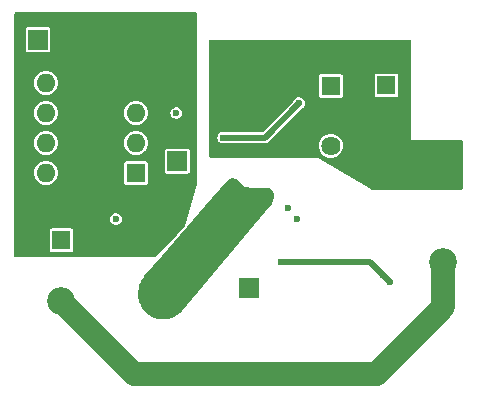
<source format=gbr>
%TF.GenerationSoftware,KiCad,Pcbnew,8.0.7*%
%TF.CreationDate,2025-04-15T22:45:42-07:00*%
%TF.ProjectId,M56PowerPrototype,4d353650-6f77-4657-9250-726f746f7479,rev?*%
%TF.SameCoordinates,Original*%
%TF.FileFunction,Copper,L2,Bot*%
%TF.FilePolarity,Positive*%
%FSLAX46Y46*%
G04 Gerber Fmt 4.6, Leading zero omitted, Abs format (unit mm)*
G04 Created by KiCad (PCBNEW 8.0.7) date 2025-04-15 22:45:42*
%MOMM*%
%LPD*%
G01*
G04 APERTURE LIST*
%TA.AperFunction,ComponentPad*%
%ADD10C,2.336800*%
%TD*%
%TA.AperFunction,ComponentPad*%
%ADD11R,1.700000X1.700000*%
%TD*%
%TA.AperFunction,ComponentPad*%
%ADD12R,1.600000X1.600000*%
%TD*%
%TA.AperFunction,ComponentPad*%
%ADD13O,1.600000X1.600000*%
%TD*%
%TA.AperFunction,ComponentPad*%
%ADD14R,1.625600X1.625600*%
%TD*%
%TA.AperFunction,ComponentPad*%
%ADD15C,1.625600*%
%TD*%
%TA.AperFunction,ViaPad*%
%ADD16C,0.600000*%
%TD*%
%TA.AperFunction,Conductor*%
%ADD17C,2.000000*%
%TD*%
%TA.AperFunction,Conductor*%
%ADD18C,0.500000*%
%TD*%
G04 APERTURE END LIST*
D10*
%TO.P,J1,1,1*%
%TO.N,+BATT*%
X104836000Y-53822600D03*
%TO.P,J1,2,2*%
%TO.N,-BATT*%
X104836000Y-45567600D03*
%TD*%
D11*
%TO.P,TP4,1,1*%
%TO.N,+5V*%
X88400000Y-56000000D03*
%TD*%
%TO.P,TP2,1,1*%
%TO.N,/VOLTAGE_MON*%
X70500000Y-35000000D03*
%TD*%
D12*
%TO.P,D1,1,K*%
%TO.N,/VOLTAGE_MON*%
X72490000Y-52000000D03*
D13*
%TO.P,D1,2,A*%
%TO.N,-BATT*%
X80110000Y-52000000D03*
%TD*%
D10*
%TO.P,J2,1,1*%
%TO.N,+BATT*%
X72477400Y-57136000D03*
%TO.P,J2,2,2*%
%TO.N,/-SOLAR*%
X80732400Y-57136000D03*
%TD*%
D14*
%TO.P,U2,1,G*%
%TO.N,Net-(D2-K)*%
X95300000Y-38920000D03*
D15*
%TO.P,U2,2,D*%
%TO.N,-BATT*%
X95300000Y-41460000D03*
%TO.P,U2,3,S*%
%TO.N,/-SOLAR*%
X95300000Y-44000000D03*
%TD*%
D11*
%TO.P,TP3,1,1*%
%TO.N,/PWM_DRIVER*%
X82300000Y-45300000D03*
%TD*%
D12*
%TO.P,D2,1,K*%
%TO.N,Net-(D2-K)*%
X100000000Y-38890000D03*
D13*
%TO.P,D2,2,A*%
%TO.N,-BATT*%
X100000000Y-46510000D03*
%TD*%
D12*
%TO.P,U4,1,~{RESET}/PB5*%
%TO.N,unconnected-(U4-~{RESET}{slash}PB5-Pad1)*%
X78800000Y-46300000D03*
D13*
%TO.P,U4,2,XTAL1/PB3*%
%TO.N,unconnected-(U4-XTAL1{slash}PB3-Pad2)*%
X78800000Y-43760000D03*
%TO.P,U4,3,XTAL2/PB4*%
%TO.N,/PWM_DRIVER*%
X78800000Y-41220000D03*
%TO.P,U4,4,GND*%
%TO.N,-BATT*%
X78800000Y-38680000D03*
%TO.P,U4,5,AREF/PB0*%
%TO.N,unconnected-(U4-AREF{slash}PB0-Pad5)*%
X71180000Y-38680000D03*
%TO.P,U4,6,PB1*%
%TO.N,unconnected-(U4-PB1-Pad6)*%
X71180000Y-41220000D03*
%TO.P,U4,7,PB2*%
%TO.N,/VOLTAGE_MON*%
X71180000Y-43760000D03*
%TO.P,U4,8,VCC*%
%TO.N,+5V*%
X71180000Y-46300000D03*
%TD*%
D16*
%TO.N,-BATT*%
X77000000Y-34000000D03*
X76500000Y-34500000D03*
X76000000Y-35000000D03*
X75500000Y-35500000D03*
X88800000Y-36700000D03*
X101800000Y-47000000D03*
X101800000Y-45600000D03*
X101100000Y-45600000D03*
X101800000Y-46300000D03*
X80200000Y-49000000D03*
X89500000Y-36700000D03*
X73000000Y-48600000D03*
X86100000Y-41800000D03*
%TO.N,+BATT*%
X100300000Y-55500000D03*
X91100000Y-53800000D03*
X99700000Y-54900000D03*
%TO.N,+5V*%
X91700000Y-49300000D03*
X92600000Y-40400000D03*
X92400000Y-50200000D03*
X77100000Y-50200000D03*
X86200000Y-43300000D03*
%TO.N,/-SOLAR*%
X89400000Y-48300000D03*
X87400000Y-47700000D03*
X88700000Y-48300000D03*
X90100000Y-48300000D03*
X88000000Y-48200000D03*
X86900000Y-47100000D03*
%TO.N,/PWM_DRIVER*%
X82225000Y-41225000D03*
%TD*%
D17*
%TO.N,+BATT*%
X78641400Y-63300000D02*
X72477400Y-57136000D01*
D18*
X91100000Y-53800000D02*
X98600000Y-53800000D01*
D17*
X99200000Y-63300000D02*
X78641400Y-63300000D01*
D18*
X100300000Y-55500000D02*
X99700000Y-54900000D01*
D17*
X104836000Y-57664000D02*
X99200000Y-63300000D01*
X104836000Y-53822600D02*
X104836000Y-57664000D01*
D18*
X98600000Y-53800000D02*
X99700000Y-54900000D01*
%TO.N,+5V*%
X86200000Y-43300000D02*
X89700000Y-43300000D01*
X89700000Y-43300000D02*
X92600000Y-40400000D01*
%TD*%
%TA.AperFunction,Conductor*%
%TO.N,-BATT*%
G36*
X106443039Y-43519685D02*
G01*
X106488794Y-43572489D01*
X106500000Y-43624000D01*
X106500000Y-47576000D01*
X106480315Y-47643039D01*
X106427511Y-47688794D01*
X106376000Y-47700000D01*
X102100000Y-47700000D01*
X102100000Y-43500000D01*
X106376000Y-43500000D01*
X106443039Y-43519685D01*
G37*
%TD.AperFunction*%
%TD*%
%TA.AperFunction,Conductor*%
%TO.N,/-SOLAR*%
G36*
X87098313Y-46741620D02*
G01*
X87223632Y-46770829D01*
X87251705Y-46781070D01*
X87312709Y-46812102D01*
X87366399Y-46839415D01*
X87391205Y-46856073D01*
X87402459Y-46865789D01*
X87498046Y-46948313D01*
X87500361Y-46950398D01*
X88000000Y-47500000D01*
X88742705Y-47529707D01*
X88742707Y-47529708D01*
X89706360Y-47568254D01*
X89942530Y-47577701D01*
X89958240Y-47579337D01*
X90078377Y-47599655D01*
X90108554Y-47608829D01*
X90212385Y-47655532D01*
X90239278Y-47672029D01*
X90327957Y-47743421D01*
X90349817Y-47766173D01*
X90417608Y-47857636D01*
X90433017Y-47885167D01*
X90475530Y-47990774D01*
X90483492Y-48021300D01*
X90498296Y-48136714D01*
X90498827Y-48163341D01*
X90477909Y-48401444D01*
X90474125Y-48422815D01*
X90411362Y-48656039D01*
X90403909Y-48676424D01*
X90301444Y-48895129D01*
X90290552Y-48913901D01*
X90148380Y-49115854D01*
X90141744Y-49124454D01*
X82695404Y-57946749D01*
X82689843Y-57952906D01*
X82504857Y-58144466D01*
X82492566Y-58155598D01*
X82286926Y-58318190D01*
X82273259Y-58327583D01*
X82047754Y-58461286D01*
X82032956Y-58468770D01*
X81791643Y-58571179D01*
X81775978Y-58576623D01*
X81523143Y-58645920D01*
X81506893Y-58649224D01*
X81247077Y-58684164D01*
X81230530Y-58685270D01*
X80968375Y-58685228D01*
X80951829Y-58684116D01*
X80692031Y-58649094D01*
X80675781Y-58645785D01*
X80422973Y-58576408D01*
X80407311Y-58570960D01*
X80166018Y-58468469D01*
X80151222Y-58460979D01*
X79925773Y-58327212D01*
X79912109Y-58317816D01*
X79851483Y-58269850D01*
X79706390Y-58155056D01*
X79694325Y-58144148D01*
X79507255Y-57951255D01*
X79496895Y-57939094D01*
X79336092Y-57723635D01*
X79327387Y-57710253D01*
X79195610Y-57475887D01*
X79188704Y-57461508D01*
X79088157Y-57212151D01*
X79083150Y-57196981D01*
X79015499Y-56936776D01*
X79012487Y-56921106D01*
X78978852Y-56654354D01*
X78977879Y-56638408D01*
X78978820Y-56369547D01*
X78979902Y-56353639D01*
X79015406Y-56087114D01*
X79018525Y-56071478D01*
X79088002Y-55811727D01*
X79093107Y-55796616D01*
X79195402Y-55547960D01*
X79202403Y-55533639D01*
X79335828Y-55300185D01*
X79344616Y-55286880D01*
X79509356Y-55069340D01*
X79514352Y-55063165D01*
X80997090Y-53347187D01*
X84653290Y-49115854D01*
X86509122Y-46968094D01*
X86519576Y-46957379D01*
X86551991Y-46927935D01*
X86620417Y-46865784D01*
X86644780Y-46848515D01*
X86757982Y-46787290D01*
X86785777Y-46776350D01*
X86910326Y-46743989D01*
X86939938Y-46740015D01*
X87068612Y-46738394D01*
X87098313Y-46741620D01*
G37*
%TD.AperFunction*%
%TD*%
%TA.AperFunction,Conductor*%
%TO.N,-BATT*%
G36*
X102043039Y-35019685D02*
G01*
X102088794Y-35072489D01*
X102100000Y-35124000D01*
X102100000Y-41100000D01*
X102100000Y-45000000D01*
X95484823Y-45000000D01*
X95498642Y-44998639D01*
X95689649Y-44940697D01*
X95865683Y-44846605D01*
X96019978Y-44719978D01*
X96146605Y-44565683D01*
X96240697Y-44389649D01*
X96298639Y-44198642D01*
X96318203Y-44000000D01*
X96298639Y-43801358D01*
X96240697Y-43610351D01*
X96150956Y-43442457D01*
X96146608Y-43434322D01*
X96146604Y-43434315D01*
X96019978Y-43280021D01*
X95865684Y-43153395D01*
X95865677Y-43153391D01*
X95689650Y-43059303D01*
X95498644Y-43001361D01*
X95300000Y-42981797D01*
X95101355Y-43001361D01*
X94910349Y-43059303D01*
X94734322Y-43153391D01*
X94734315Y-43153395D01*
X94580021Y-43280021D01*
X94453395Y-43434315D01*
X94453391Y-43434322D01*
X94359303Y-43610349D01*
X94301361Y-43801355D01*
X94281797Y-44000000D01*
X94301361Y-44198644D01*
X94359303Y-44389650D01*
X94453391Y-44565677D01*
X94453395Y-44565684D01*
X94580021Y-44719978D01*
X94734315Y-44846604D01*
X94734322Y-44846608D01*
X94910349Y-44940696D01*
X94910351Y-44940697D01*
X95101358Y-44998639D01*
X95115177Y-45000000D01*
X85124000Y-45000000D01*
X85056961Y-44980315D01*
X85011206Y-44927511D01*
X85000000Y-44876000D01*
X85000000Y-43300000D01*
X85694353Y-43300000D01*
X85714834Y-43442456D01*
X85774622Y-43573371D01*
X85774623Y-43573373D01*
X85868872Y-43682143D01*
X85989947Y-43759953D01*
X85989950Y-43759954D01*
X85989949Y-43759954D01*
X86128036Y-43800499D01*
X86128038Y-43800500D01*
X86128039Y-43800500D01*
X86271962Y-43800500D01*
X86271962Y-43800499D01*
X86324797Y-43784985D01*
X86418563Y-43757455D01*
X86418995Y-43758926D01*
X86457727Y-43750500D01*
X89759308Y-43750500D01*
X89759309Y-43750500D01*
X89849673Y-43726286D01*
X89873887Y-43719799D01*
X89976614Y-43660489D01*
X92741094Y-40896007D01*
X92793842Y-40864712D01*
X92810053Y-40859953D01*
X92810055Y-40859951D01*
X92810057Y-40859951D01*
X92931123Y-40782146D01*
X92931122Y-40782146D01*
X92931128Y-40782143D01*
X93025377Y-40673373D01*
X93085165Y-40542457D01*
X93105647Y-40400000D01*
X93085165Y-40257543D01*
X93025377Y-40126627D01*
X92931128Y-40017857D01*
X92810053Y-39940047D01*
X92810051Y-39940046D01*
X92810049Y-39940045D01*
X92810050Y-39940045D01*
X92671963Y-39899500D01*
X92671961Y-39899500D01*
X92528039Y-39899500D01*
X92528036Y-39899500D01*
X92389949Y-39940045D01*
X92268873Y-40017856D01*
X92174623Y-40126626D01*
X92174621Y-40126629D01*
X92132095Y-40219745D01*
X92106983Y-40255912D01*
X89549716Y-42813181D01*
X89488393Y-42846666D01*
X89462035Y-42849500D01*
X86457727Y-42849500D01*
X86418995Y-42841073D01*
X86418563Y-42842545D01*
X86271963Y-42799500D01*
X86271961Y-42799500D01*
X86128039Y-42799500D01*
X86128036Y-42799500D01*
X85989949Y-42840045D01*
X85868873Y-42917856D01*
X85774623Y-43026626D01*
X85774622Y-43026628D01*
X85714834Y-43157543D01*
X85694353Y-43300000D01*
X85000000Y-43300000D01*
X85000000Y-38087447D01*
X94286700Y-38087447D01*
X94286700Y-39752552D01*
X94298331Y-39811029D01*
X94298332Y-39811030D01*
X94342647Y-39877352D01*
X94408969Y-39921667D01*
X94408970Y-39921668D01*
X94467447Y-39933299D01*
X94467450Y-39933300D01*
X94467452Y-39933300D01*
X96132550Y-39933300D01*
X96132551Y-39933299D01*
X96147368Y-39930352D01*
X96191029Y-39921668D01*
X96191029Y-39921667D01*
X96191031Y-39921667D01*
X96257352Y-39877352D01*
X96301667Y-39811031D01*
X96301667Y-39811029D01*
X96301668Y-39811029D01*
X96313299Y-39752552D01*
X96313300Y-39752550D01*
X96313300Y-38087449D01*
X96313299Y-38087447D01*
X96309878Y-38070247D01*
X98999500Y-38070247D01*
X98999500Y-39709752D01*
X99011131Y-39768229D01*
X99011132Y-39768230D01*
X99055447Y-39834552D01*
X99121769Y-39878867D01*
X99121770Y-39878868D01*
X99180247Y-39890499D01*
X99180250Y-39890500D01*
X99180252Y-39890500D01*
X100819750Y-39890500D01*
X100819751Y-39890499D01*
X100834568Y-39887552D01*
X100878229Y-39878868D01*
X100878229Y-39878867D01*
X100878231Y-39878867D01*
X100944552Y-39834552D01*
X100988867Y-39768231D01*
X100988867Y-39768229D01*
X100988868Y-39768229D01*
X101000499Y-39709752D01*
X101000500Y-39709750D01*
X101000500Y-38070249D01*
X101000499Y-38070247D01*
X100988868Y-38011770D01*
X100988867Y-38011769D01*
X100944552Y-37945447D01*
X100878230Y-37901132D01*
X100878229Y-37901131D01*
X100819752Y-37889500D01*
X100819748Y-37889500D01*
X99180252Y-37889500D01*
X99180247Y-37889500D01*
X99121770Y-37901131D01*
X99121769Y-37901132D01*
X99055447Y-37945447D01*
X99011132Y-38011769D01*
X99011131Y-38011770D01*
X98999500Y-38070247D01*
X96309878Y-38070247D01*
X96301668Y-38028970D01*
X96301667Y-38028969D01*
X96257352Y-37962647D01*
X96191030Y-37918332D01*
X96191029Y-37918331D01*
X96132552Y-37906700D01*
X96132548Y-37906700D01*
X94467452Y-37906700D01*
X94467447Y-37906700D01*
X94408970Y-37918331D01*
X94408969Y-37918332D01*
X94342647Y-37962647D01*
X94298332Y-38028969D01*
X94298331Y-38028970D01*
X94286700Y-38087447D01*
X85000000Y-38087447D01*
X85000000Y-35124000D01*
X85019685Y-35056961D01*
X85072489Y-35011206D01*
X85124000Y-35000000D01*
X101976000Y-35000000D01*
X102043039Y-35019685D01*
G37*
%TD.AperFunction*%
%TD*%
%TA.AperFunction,Conductor*%
%TO.N,-BATT*%
G36*
X83943039Y-32719685D02*
G01*
X83988794Y-32772489D01*
X84000000Y-32824000D01*
X84000000Y-47181956D01*
X83994859Y-47217292D01*
X82939039Y-50768684D01*
X82914006Y-50814421D01*
X82302238Y-51522422D01*
X82297864Y-51527223D01*
X80536601Y-53361874D01*
X80475974Y-53396603D01*
X80447149Y-53400000D01*
X68624000Y-53400000D01*
X68556961Y-53380315D01*
X68511206Y-53327511D01*
X68500000Y-53276000D01*
X68500000Y-51180247D01*
X71489500Y-51180247D01*
X71489500Y-52819752D01*
X71501131Y-52878229D01*
X71501132Y-52878230D01*
X71545447Y-52944552D01*
X71611769Y-52988867D01*
X71611770Y-52988868D01*
X71670247Y-53000499D01*
X71670250Y-53000500D01*
X71670252Y-53000500D01*
X73309750Y-53000500D01*
X73309751Y-53000499D01*
X73324568Y-52997552D01*
X73368229Y-52988868D01*
X73368229Y-52988867D01*
X73368231Y-52988867D01*
X73434552Y-52944552D01*
X73478867Y-52878231D01*
X73478867Y-52878229D01*
X73478868Y-52878229D01*
X73490499Y-52819752D01*
X73490500Y-52819750D01*
X73490500Y-51180249D01*
X73490499Y-51180247D01*
X73478868Y-51121770D01*
X73478867Y-51121769D01*
X73434552Y-51055447D01*
X73368230Y-51011132D01*
X73368229Y-51011131D01*
X73309752Y-50999500D01*
X73309748Y-50999500D01*
X71670252Y-50999500D01*
X71670247Y-50999500D01*
X71611770Y-51011131D01*
X71611769Y-51011132D01*
X71545447Y-51055447D01*
X71501132Y-51121769D01*
X71501131Y-51121770D01*
X71489500Y-51180247D01*
X68500000Y-51180247D01*
X68500000Y-50200000D01*
X76594353Y-50200000D01*
X76614834Y-50342456D01*
X76674622Y-50473371D01*
X76674623Y-50473373D01*
X76768872Y-50582143D01*
X76889947Y-50659953D01*
X76889950Y-50659954D01*
X76889949Y-50659954D01*
X77028036Y-50700499D01*
X77028038Y-50700500D01*
X77028039Y-50700500D01*
X77171962Y-50700500D01*
X77171962Y-50700499D01*
X77310053Y-50659953D01*
X77431128Y-50582143D01*
X77525377Y-50473373D01*
X77585165Y-50342457D01*
X77605647Y-50200000D01*
X77585165Y-50057543D01*
X77525377Y-49926627D01*
X77431128Y-49817857D01*
X77310053Y-49740047D01*
X77310051Y-49740046D01*
X77310049Y-49740045D01*
X77310050Y-49740045D01*
X77171963Y-49699500D01*
X77171961Y-49699500D01*
X77028039Y-49699500D01*
X77028036Y-49699500D01*
X76889949Y-49740045D01*
X76768873Y-49817856D01*
X76674623Y-49926626D01*
X76674622Y-49926628D01*
X76614834Y-50057543D01*
X76594353Y-50200000D01*
X68500000Y-50200000D01*
X68500000Y-46300000D01*
X70174659Y-46300000D01*
X70193975Y-46496129D01*
X70193976Y-46496132D01*
X70242548Y-46656253D01*
X70251188Y-46684733D01*
X70344086Y-46858532D01*
X70344090Y-46858539D01*
X70469116Y-47010883D01*
X70621460Y-47135909D01*
X70621467Y-47135913D01*
X70795266Y-47228811D01*
X70795269Y-47228811D01*
X70795273Y-47228814D01*
X70983868Y-47286024D01*
X71180000Y-47305341D01*
X71376132Y-47286024D01*
X71564727Y-47228814D01*
X71738538Y-47135910D01*
X71890883Y-47010883D01*
X72015910Y-46858538D01*
X72101650Y-46698130D01*
X72108811Y-46684733D01*
X72108811Y-46684732D01*
X72108814Y-46684727D01*
X72166024Y-46496132D01*
X72185341Y-46300000D01*
X72166024Y-46103868D01*
X72108814Y-45915273D01*
X72108811Y-45915269D01*
X72108811Y-45915266D01*
X72015913Y-45741467D01*
X72015909Y-45741460D01*
X71890883Y-45589116D01*
X71758226Y-45480247D01*
X77799500Y-45480247D01*
X77799500Y-47119752D01*
X77811131Y-47178229D01*
X77811132Y-47178230D01*
X77855447Y-47244552D01*
X77921769Y-47288867D01*
X77921770Y-47288868D01*
X77980247Y-47300499D01*
X77980250Y-47300500D01*
X77980252Y-47300500D01*
X79619750Y-47300500D01*
X79619751Y-47300499D01*
X79634568Y-47297552D01*
X79678229Y-47288868D01*
X79678229Y-47288867D01*
X79678231Y-47288867D01*
X79744552Y-47244552D01*
X79788867Y-47178231D01*
X79788867Y-47178229D01*
X79788868Y-47178229D01*
X79800499Y-47119752D01*
X79800500Y-47119750D01*
X79800500Y-45480249D01*
X79800499Y-45480247D01*
X79788868Y-45421770D01*
X79788867Y-45421769D01*
X79744552Y-45355447D01*
X79678230Y-45311132D01*
X79678229Y-45311131D01*
X79619752Y-45299500D01*
X79619748Y-45299500D01*
X77980252Y-45299500D01*
X77980247Y-45299500D01*
X77921770Y-45311131D01*
X77921769Y-45311132D01*
X77855447Y-45355447D01*
X77811132Y-45421769D01*
X77811131Y-45421770D01*
X77799500Y-45480247D01*
X71758226Y-45480247D01*
X71738539Y-45464090D01*
X71738532Y-45464086D01*
X71564733Y-45371188D01*
X71564727Y-45371186D01*
X71376132Y-45313976D01*
X71376129Y-45313975D01*
X71180000Y-45294659D01*
X70983870Y-45313975D01*
X70795266Y-45371188D01*
X70621467Y-45464086D01*
X70621460Y-45464090D01*
X70469116Y-45589116D01*
X70344090Y-45741460D01*
X70344086Y-45741467D01*
X70251188Y-45915266D01*
X70193975Y-46103870D01*
X70174659Y-46300000D01*
X68500000Y-46300000D01*
X68500000Y-43760000D01*
X70174659Y-43760000D01*
X70193975Y-43956129D01*
X70251188Y-44144733D01*
X70344086Y-44318532D01*
X70344090Y-44318539D01*
X70469116Y-44470883D01*
X70621460Y-44595909D01*
X70621467Y-44595913D01*
X70795266Y-44688811D01*
X70795269Y-44688811D01*
X70795273Y-44688814D01*
X70983868Y-44746024D01*
X71180000Y-44765341D01*
X71376132Y-44746024D01*
X71564727Y-44688814D01*
X71738538Y-44595910D01*
X71890883Y-44470883D01*
X72015910Y-44318538D01*
X72108814Y-44144727D01*
X72166024Y-43956132D01*
X72185341Y-43760000D01*
X77794659Y-43760000D01*
X77813975Y-43956129D01*
X77871188Y-44144733D01*
X77964086Y-44318532D01*
X77964090Y-44318539D01*
X78089116Y-44470883D01*
X78241460Y-44595909D01*
X78241467Y-44595913D01*
X78415266Y-44688811D01*
X78415269Y-44688811D01*
X78415273Y-44688814D01*
X78603868Y-44746024D01*
X78800000Y-44765341D01*
X78996132Y-44746024D01*
X79184727Y-44688814D01*
X79358538Y-44595910D01*
X79510883Y-44470883D01*
X79544232Y-44430247D01*
X81249500Y-44430247D01*
X81249500Y-46169752D01*
X81261131Y-46228229D01*
X81261132Y-46228230D01*
X81305447Y-46294552D01*
X81371769Y-46338867D01*
X81371770Y-46338868D01*
X81430247Y-46350499D01*
X81430250Y-46350500D01*
X81430252Y-46350500D01*
X83169750Y-46350500D01*
X83169751Y-46350499D01*
X83184568Y-46347552D01*
X83228229Y-46338868D01*
X83228229Y-46338867D01*
X83228231Y-46338867D01*
X83294552Y-46294552D01*
X83338867Y-46228231D01*
X83338867Y-46228229D01*
X83338868Y-46228229D01*
X83350499Y-46169752D01*
X83350500Y-46169750D01*
X83350500Y-44430249D01*
X83350499Y-44430247D01*
X83338868Y-44371770D01*
X83338867Y-44371769D01*
X83294552Y-44305447D01*
X83228230Y-44261132D01*
X83228229Y-44261131D01*
X83169752Y-44249500D01*
X83169748Y-44249500D01*
X81430252Y-44249500D01*
X81430247Y-44249500D01*
X81371770Y-44261131D01*
X81371769Y-44261132D01*
X81305447Y-44305447D01*
X81261132Y-44371769D01*
X81261131Y-44371770D01*
X81249500Y-44430247D01*
X79544232Y-44430247D01*
X79635910Y-44318538D01*
X79728814Y-44144727D01*
X79786024Y-43956132D01*
X79805341Y-43760000D01*
X79786024Y-43563868D01*
X79728814Y-43375273D01*
X79728811Y-43375269D01*
X79728811Y-43375266D01*
X79635913Y-43201467D01*
X79635909Y-43201460D01*
X79510883Y-43049116D01*
X79358539Y-42924090D01*
X79358532Y-42924086D01*
X79184733Y-42831188D01*
X79184727Y-42831186D01*
X78996132Y-42773976D01*
X78996129Y-42773975D01*
X78800000Y-42754659D01*
X78603870Y-42773975D01*
X78415266Y-42831188D01*
X78241467Y-42924086D01*
X78241460Y-42924090D01*
X78089116Y-43049116D01*
X77964090Y-43201460D01*
X77964086Y-43201467D01*
X77871188Y-43375266D01*
X77813975Y-43563870D01*
X77794659Y-43760000D01*
X72185341Y-43760000D01*
X72166024Y-43563868D01*
X72108814Y-43375273D01*
X72108811Y-43375269D01*
X72108811Y-43375266D01*
X72015913Y-43201467D01*
X72015909Y-43201460D01*
X71890883Y-43049116D01*
X71738539Y-42924090D01*
X71738532Y-42924086D01*
X71564733Y-42831188D01*
X71564727Y-42831186D01*
X71376132Y-42773976D01*
X71376129Y-42773975D01*
X71180000Y-42754659D01*
X70983870Y-42773975D01*
X70795266Y-42831188D01*
X70621467Y-42924086D01*
X70621460Y-42924090D01*
X70469116Y-43049116D01*
X70344090Y-43201460D01*
X70344086Y-43201467D01*
X70251188Y-43375266D01*
X70193975Y-43563870D01*
X70174659Y-43760000D01*
X68500000Y-43760000D01*
X68500000Y-41220000D01*
X70174659Y-41220000D01*
X70193975Y-41416129D01*
X70251188Y-41604733D01*
X70344086Y-41778532D01*
X70344090Y-41778539D01*
X70469116Y-41930883D01*
X70621460Y-42055909D01*
X70621467Y-42055913D01*
X70795266Y-42148811D01*
X70795269Y-42148811D01*
X70795273Y-42148814D01*
X70983868Y-42206024D01*
X71180000Y-42225341D01*
X71376132Y-42206024D01*
X71564727Y-42148814D01*
X71738538Y-42055910D01*
X71890883Y-41930883D01*
X72015910Y-41778538D01*
X72108814Y-41604727D01*
X72166024Y-41416132D01*
X72185341Y-41220000D01*
X77794659Y-41220000D01*
X77813975Y-41416129D01*
X77871188Y-41604733D01*
X77964086Y-41778532D01*
X77964090Y-41778539D01*
X78089116Y-41930883D01*
X78241460Y-42055909D01*
X78241467Y-42055913D01*
X78415266Y-42148811D01*
X78415269Y-42148811D01*
X78415273Y-42148814D01*
X78603868Y-42206024D01*
X78800000Y-42225341D01*
X78996132Y-42206024D01*
X79184727Y-42148814D01*
X79358538Y-42055910D01*
X79510883Y-41930883D01*
X79635910Y-41778538D01*
X79728814Y-41604727D01*
X79786024Y-41416132D01*
X79804849Y-41225000D01*
X81719353Y-41225000D01*
X81739834Y-41367456D01*
X81762063Y-41416129D01*
X81799623Y-41498373D01*
X81893872Y-41607143D01*
X82014947Y-41684953D01*
X82014950Y-41684954D01*
X82014949Y-41684954D01*
X82153036Y-41725499D01*
X82153038Y-41725500D01*
X82153039Y-41725500D01*
X82296962Y-41725500D01*
X82296962Y-41725499D01*
X82435053Y-41684953D01*
X82556128Y-41607143D01*
X82650377Y-41498373D01*
X82710165Y-41367457D01*
X82730647Y-41225000D01*
X82710165Y-41082543D01*
X82650377Y-40951627D01*
X82556128Y-40842857D01*
X82435053Y-40765047D01*
X82435051Y-40765046D01*
X82435049Y-40765045D01*
X82435050Y-40765045D01*
X82296963Y-40724500D01*
X82296961Y-40724500D01*
X82153039Y-40724500D01*
X82153036Y-40724500D01*
X82014949Y-40765045D01*
X81893873Y-40842856D01*
X81799623Y-40951626D01*
X81799622Y-40951628D01*
X81739834Y-41082543D01*
X81719353Y-41225000D01*
X79804849Y-41225000D01*
X79805341Y-41220000D01*
X79786024Y-41023868D01*
X79728814Y-40835273D01*
X79728811Y-40835269D01*
X79728811Y-40835266D01*
X79635913Y-40661467D01*
X79635909Y-40661460D01*
X79510883Y-40509116D01*
X79358539Y-40384090D01*
X79358532Y-40384086D01*
X79184733Y-40291188D01*
X79184727Y-40291186D01*
X78996132Y-40233976D01*
X78996129Y-40233975D01*
X78800000Y-40214659D01*
X78603870Y-40233975D01*
X78415266Y-40291188D01*
X78241467Y-40384086D01*
X78241460Y-40384090D01*
X78089116Y-40509116D01*
X77964090Y-40661460D01*
X77964086Y-40661467D01*
X77871188Y-40835266D01*
X77813975Y-41023870D01*
X77794659Y-41220000D01*
X72185341Y-41220000D01*
X72166024Y-41023868D01*
X72108814Y-40835273D01*
X72108811Y-40835269D01*
X72108811Y-40835266D01*
X72015913Y-40661467D01*
X72015909Y-40661460D01*
X71890883Y-40509116D01*
X71738539Y-40384090D01*
X71738532Y-40384086D01*
X71564733Y-40291188D01*
X71564727Y-40291186D01*
X71376132Y-40233976D01*
X71376129Y-40233975D01*
X71180000Y-40214659D01*
X70983870Y-40233975D01*
X70795266Y-40291188D01*
X70621467Y-40384086D01*
X70621460Y-40384090D01*
X70469116Y-40509116D01*
X70344090Y-40661460D01*
X70344086Y-40661467D01*
X70251188Y-40835266D01*
X70193975Y-41023870D01*
X70174659Y-41220000D01*
X68500000Y-41220000D01*
X68500000Y-38680000D01*
X70174659Y-38680000D01*
X70193975Y-38876129D01*
X70251188Y-39064733D01*
X70344086Y-39238532D01*
X70344090Y-39238539D01*
X70469116Y-39390883D01*
X70621460Y-39515909D01*
X70621467Y-39515913D01*
X70795266Y-39608811D01*
X70795269Y-39608811D01*
X70795273Y-39608814D01*
X70983868Y-39666024D01*
X71180000Y-39685341D01*
X71376132Y-39666024D01*
X71564727Y-39608814D01*
X71738538Y-39515910D01*
X71890883Y-39390883D01*
X72015910Y-39238538D01*
X72108814Y-39064727D01*
X72166024Y-38876132D01*
X72185341Y-38680000D01*
X72166024Y-38483868D01*
X72108814Y-38295273D01*
X72108811Y-38295269D01*
X72108811Y-38295266D01*
X72015913Y-38121467D01*
X72015909Y-38121460D01*
X71890883Y-37969116D01*
X71738539Y-37844090D01*
X71738532Y-37844086D01*
X71564733Y-37751188D01*
X71564727Y-37751186D01*
X71376132Y-37693976D01*
X71376129Y-37693975D01*
X71180000Y-37674659D01*
X70983870Y-37693975D01*
X70795266Y-37751188D01*
X70621467Y-37844086D01*
X70621460Y-37844090D01*
X70469116Y-37969116D01*
X70344090Y-38121460D01*
X70344086Y-38121467D01*
X70251188Y-38295266D01*
X70193975Y-38483870D01*
X70174659Y-38680000D01*
X68500000Y-38680000D01*
X68500000Y-34130247D01*
X69449500Y-34130247D01*
X69449500Y-35869752D01*
X69461131Y-35928229D01*
X69461132Y-35928230D01*
X69505447Y-35994552D01*
X69571769Y-36038867D01*
X69571770Y-36038868D01*
X69630247Y-36050499D01*
X69630250Y-36050500D01*
X69630252Y-36050500D01*
X71369750Y-36050500D01*
X71369751Y-36050499D01*
X71384568Y-36047552D01*
X71428229Y-36038868D01*
X71428229Y-36038867D01*
X71428231Y-36038867D01*
X71494552Y-35994552D01*
X71538867Y-35928231D01*
X71538867Y-35928229D01*
X71538868Y-35928229D01*
X71550499Y-35869752D01*
X71550500Y-35869750D01*
X71550500Y-34130249D01*
X71550499Y-34130247D01*
X71538868Y-34071770D01*
X71538867Y-34071769D01*
X71494552Y-34005447D01*
X71428230Y-33961132D01*
X71428229Y-33961131D01*
X71369752Y-33949500D01*
X71369748Y-33949500D01*
X69630252Y-33949500D01*
X69630247Y-33949500D01*
X69571770Y-33961131D01*
X69571769Y-33961132D01*
X69505447Y-34005447D01*
X69461132Y-34071769D01*
X69461131Y-34071770D01*
X69449500Y-34130247D01*
X68500000Y-34130247D01*
X68500000Y-32824000D01*
X68519685Y-32756961D01*
X68572489Y-32711206D01*
X68624000Y-32700000D01*
X83876000Y-32700000D01*
X83943039Y-32719685D01*
G37*
%TD.AperFunction*%
%TD*%
%TA.AperFunction,Conductor*%
%TO.N,-BATT*%
G36*
X95300000Y-45018203D02*
G01*
X95484823Y-45000000D01*
X102100000Y-45000000D01*
X102100000Y-47700000D01*
X98734345Y-47700000D01*
X98670548Y-47682329D01*
X94200000Y-45000000D01*
X95115177Y-45000000D01*
X95300000Y-45018203D01*
G37*
%TD.AperFunction*%
%TD*%
M02*

</source>
